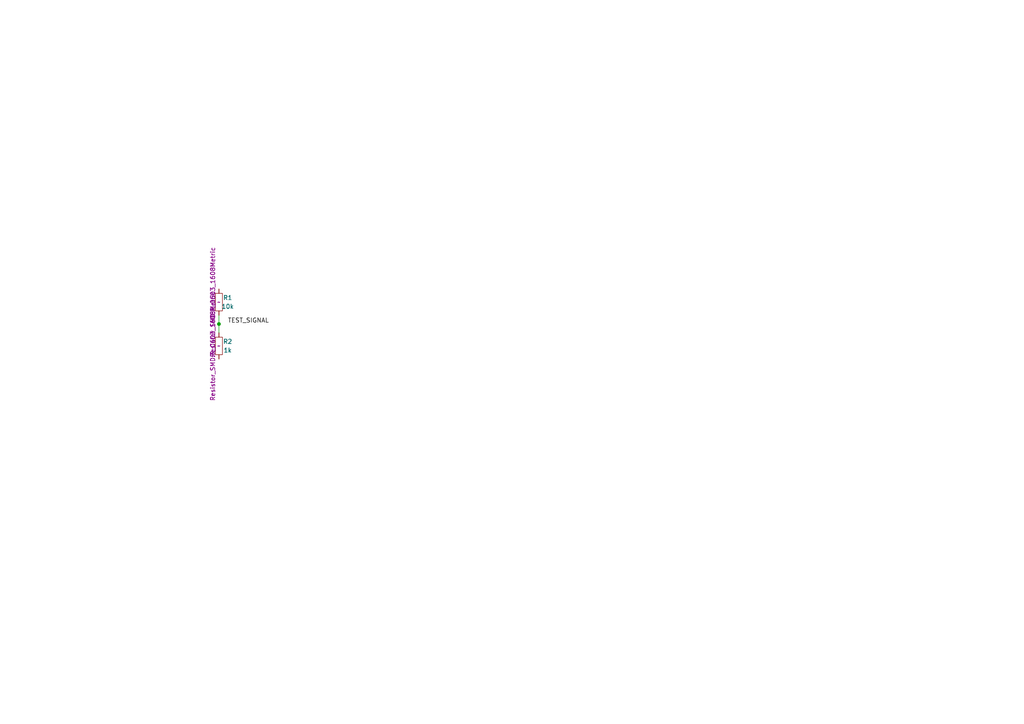
<source format=kicad_sch>
(kicad_sch (version 20230121) (generator eeschema)
  (paper "A4")
  (lib_symbols
    (symbol "Device:R" (pin_numbers hide) (pin_names (offset 0))
      (property "Reference" "R" (at 2.032 0 90))
      (property "Value" "R" (at 0 0 90))
      (property "Datasheet" "~" (at 0 0 0))
      (symbol "R_0_1"
        (rectangle (start -1.016 -2.54) (end 1.016 2.54))
      )
      (symbol "R_1_1"
        (pin passive line (at 0 3.81 270) (length 1.27) (name "~") (number "1"))
        (pin passive line (at 0 -3.81 90) (length 1.27) (name "~") (number "2"))
      )
    )
  )
  (junction (at 63.5 93.98))
  (wire (pts (xy 63.5 91.44) (xy 63.5 93.98)))
  (wire (pts (xy 63.5 93.98) (xy 63.5 96.52)))
  (label "TEST_SIGNAL" (at 66.04 93.98 0))
  (symbol (lib_id "Device:R") (at 63.5 87.63 0) (unit 1)
    (property "Reference" "R1" (at 66.04 86.36 0))
    (property "Value" "10k" (at 66.04 88.9 0))
    (property "Footprint" "Resistor_SMD:R_0603_1608Metric" (at 61.722 87.63 90))
    (property "Datasheet" "~" (at 63.5 87.63 0))
  )
  (symbol (lib_id "Device:R") (at 63.5 100.33 0) (unit 1)
    (property "Reference" "R2" (at 66.04 99.06 0))
    (property "Value" "1k" (at 66.04 101.6 0))
    (property "Footprint" "Resistor_SMD:R_0603_1608Metric" (at 61.722 100.33 90))
    (property "Datasheet" "~" (at 63.5 100.33 0))
  )
)
</source>
